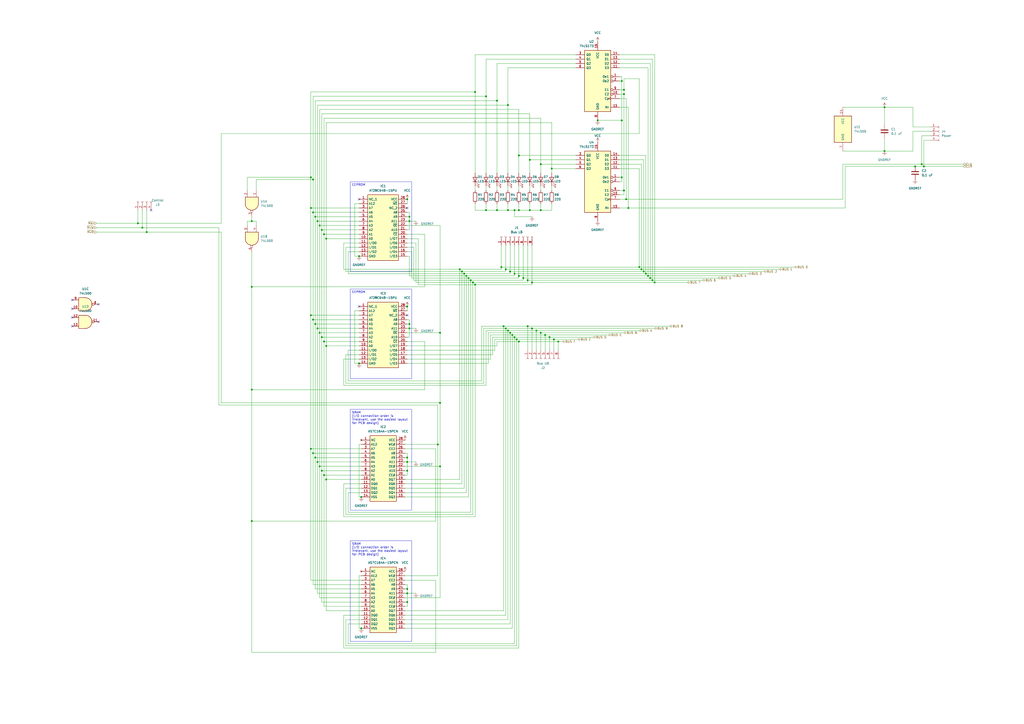
<source format=kicad_sch>
(kicad_sch (version 20231120) (generator "eeschema") (generator_version "8.0")
  (paper "A2")
  (junction (at 180.34 260.35))
  (junction (at 255.27 270.51))
  (junction (at 293.37 190.5))
  (junction (at 185.42 270.51))
  (junction (at 275.59 165.1))
  (junction (at 307.34 92.71))
  (junction (at 377.19 161.29))
  (junction (at 300.99 198.12))
  (junction (at 274.32 163.83))
  (junction (at 288.29 121.92))
  (junction (at 294.64 60.96))
  (junction (at 237.49 190.5))
  (junction (at 255.27 193.04))
  (junction (at 281.94 55.88))
  (junction (at 273.05 162.56))
  (junction (at 323.85 198.12))
  (junction (at 208.28 148.59))
  (junction (at 185.42 130.81))
  (junction (at 267.97 157.48))
  (junction (at 189.23 278.13))
  (junction (at 373.38 157.48))
  (junction (at 364.49 120.65))
  (junction (at 184.15 190.5))
  (junction (at 293.37 156.21))
  (junction (at 308.61 163.83))
  (junction (at 146.05 128.27))
  (junction (at 254 257.81))
  (junction (at 189.23 138.43))
  (junction (at 266.7 156.21))
  (junction (at 298.45 158.75))
  (junction (at 300.99 90.17))
  (junction (at 370.84 154.94))
  (junction (at 237.49 187.96))
  (junction (at 361.95 110.49))
  (junction (at 306.07 162.56))
  (junction (at 360.68 46.99))
  (junction (at 82.55 132.08))
  (junction (at 321.31 196.85))
  (junction (at 85.09 134.62))
  (junction (at 530.86 96.52))
  (junction (at 184.15 267.97))
  (junction (at 360.68 69.85))
  (junction (at 275.59 53.34))
  (junction (at 236.22 341.63))
  (junction (at 236.22 349.25))
  (junction (at 318.77 195.58))
  (junction (at 184.15 128.27))
  (junction (at 236.22 344.17))
  (junction (at 535.94 96.52))
  (junction (at 189.23 200.66))
  (junction (at 186.69 273.05))
  (junction (at 294.64 191.77))
  (junction (at 271.78 161.29))
  (junction (at 187.96 135.89))
  (junction (at 295.91 157.48))
  (junction (at 208.28 210.82))
  (junction (at 378.46 162.56))
  (junction (at 80.01 129.54))
  (junction (at 534.67 95.25))
  (junction (at 513.08 62.23))
  (junction (at 269.24 158.75))
  (junction (at 295.91 193.04))
  (junction (at 182.88 187.96))
  (junction (at 181.61 104.14))
  (junction (at 320.04 97.79))
  (junction (at 288.29 58.42))
  (junction (at 236.22 177.8))
  (junction (at 236.22 273.05))
  (junction (at 186.69 195.58))
  (junction (at 346.71 69.85))
  (junction (at 363.22 115.57))
  (junction (at 374.65 158.75))
  (junction (at 313.69 121.92))
  (junction (at 281.94 121.92))
  (junction (at 187.96 198.12))
  (junction (at 316.23 194.31))
  (junction (at 300.99 160.02))
  (junction (at 290.83 154.94))
  (junction (at 180.34 120.65))
  (junction (at 237.49 128.27))
  (junction (at 311.15 191.77))
  (junction (at 182.88 125.73))
  (junction (at 236.22 265.43))
  (junction (at 187.96 275.59))
  (junction (at 297.18 194.31))
  (junction (at 180.34 102.87))
  (junction (at 294.64 121.92))
  (junction (at 146.05 226.06))
  (junction (at 313.69 193.04))
  (junction (at 303.53 161.29))
  (junction (at 298.45 195.58))
  (junction (at 307.34 121.92))
  (junction (at 372.11 156.21))
  (junction (at 308.61 190.5))
  (junction (at 186.69 133.35))
  (junction (at 185.42 193.04))
  (junction (at 237.49 125.73))
  (junction (at 270.51 160.02))
  (junction (at 375.92 160.02))
  (junction (at 146.05 302.26))
  (junction (at 182.88 265.43))
  (junction (at 298.45 121.92))
  (junction (at 146.05 166.37))
  (junction (at 361.95 54.61))
  (junction (at 236.22 115.57))
  (junction (at 360.68 102.87))
  (junction (at 181.61 262.89))
  (junction (at 299.72 196.85))
  (junction (at 300.99 121.92))
  (junction (at 255.27 233.68))
  (junction (at 361.95 52.07))
  (junction (at 209.55 364.49))
  (junction (at 181.61 123.19))
  (junction (at 236.22 267.97))
  (junction (at 306.07 189.23))
  (junction (at 379.73 163.83))
  (junction (at 313.69 95.25))
  (junction (at 209.55 288.29))
  (junction (at 181.61 185.42))
  (junction (at 180.34 182.88))
  (junction (at 513.08 87.63))
  (junction (at 292.1 189.23))
  (no_connect (at 41.91 179.07))
  (no_connect (at 41.91 189.23))
  (no_connect (at 57.15 186.69))
  (no_connect (at 208.28 115.57))
  (no_connect (at 208.28 177.8))
  (no_connect (at 41.91 173.99))
  (no_connect (at 87.63 121.92))
  (no_connect (at 41.91 184.15))
  (no_connect (at 236.22 120.65))
  (no_connect (at 57.15 176.53))
  (no_connect (at 236.22 182.88))
  (wire (pts (xy 292.1 354.33) (xy 292.1 189.23)))
  (wire (pts (xy 539.75 78.74) (xy 534.67 78.74)))
  (wire (pts (xy 252.73 336.55) (xy 252.73 378.46)))
  (wire (pts (xy 201.93 297.18) (xy 201.93 285.75)))
  (wire (pts (xy 201.93 158.75) (xy 269.24 158.75)))
  (wire (pts (xy 373.38 92.71) (xy 373.38 157.48)))
  (wire (pts (xy 187.96 68.58) (xy 313.69 68.58)))
  (wire (pts (xy 255.27 193.04) (xy 236.22 193.04)))
  (wire (pts (xy 346.71 69.85) (xy 360.68 69.85)))
  (wire (pts (xy 80.01 121.92) (xy 80.01 129.54)))
  (wire (pts (xy 208.28 334.01) (xy 208.28 364.49)))
  (wire (pts (xy 375.92 39.37) (xy 359.41 39.37)))
  (wire (pts (xy 307.34 107.95) (xy 307.34 110.49)))
  (wire (pts (xy 285.75 195.58) (xy 298.45 195.58)))
  (wire (pts (xy 181.61 262.89) (xy 209.55 262.89)))
  (wire (pts (xy 294.64 191.77) (xy 294.64 359.41)))
  (wire (pts (xy 186.69 133.35) (xy 186.69 195.58)))
  (wire (pts (xy 234.95 354.33) (xy 292.1 354.33)))
  (wire (pts (xy 246.38 135.89) (xy 246.38 166.37)))
  (wire (pts (xy 303.53 142.24) (xy 303.53 161.29)))
  (wire (pts (xy 318.77 195.58) (xy 344.17 195.58)))
  (wire (pts (xy 284.48 208.28) (xy 284.48 194.31)))
  (wire (pts (xy 529.59 73.66) (xy 539.75 73.66)))
  (wire (pts (xy 535.94 96.52) (xy 558.8 96.52)))
  (wire (pts (xy 288.29 200.66) (xy 288.29 198.12)))
  (wire (pts (xy 529.59 76.2) (xy 539.75 76.2)))
  (wire (pts (xy 271.78 161.29) (xy 300.99 161.29)))
  (wire (pts (xy 187.96 198.12) (xy 187.96 275.59)))
  (wire (pts (xy 488.95 115.57) (xy 488.95 95.25)))
  (wire (pts (xy 181.61 262.89) (xy 181.61 339.09)))
  (wire (pts (xy 288.29 107.95) (xy 288.29 110.49)))
  (wire (pts (xy 237.49 125.73) (xy 237.49 128.27)))
  (wire (pts (xy 294.64 39.37) (xy 294.64 60.96)))
  (wire (pts (xy 300.99 375.92) (xy 300.99 198.12)))
  (wire (pts (xy 360.68 102.87) (xy 360.68 105.41)))
  (wire (pts (xy 189.23 71.12) (xy 189.23 138.43)))
  (wire (pts (xy 236.22 177.8) (xy 236.22 180.34)))
  (wire (pts (xy 180.34 53.34) (xy 180.34 102.87)))
  (wire (pts (xy 185.42 346.71) (xy 209.55 346.71)))
  (wire (pts (xy 320.04 71.12) (xy 320.04 97.79)))
  (wire (pts (xy 234.95 283.21) (xy 269.24 283.21)))
  (wire (pts (xy 370.84 154.94) (xy 461.01 154.94)))
  (wire (pts (xy 379.73 31.75) (xy 359.41 31.75)))
  (wire (pts (xy 237.49 128.27) (xy 241.3 128.27)))
  (wire (pts (xy 308.61 163.83) (xy 379.73 163.83)))
  (wire (pts (xy 279.4 220.98) (xy 279.4 189.23)))
  (wire (pts (xy 307.34 92.71) (xy 307.34 100.33)))
  (wire (pts (xy 199.39 156.21) (xy 266.7 156.21)))
  (wire (pts (xy 252.73 260.35) (xy 252.73 302.26)))
  (wire (pts (xy 199.39 208.28) (xy 199.39 223.52)))
  (wire (pts (xy 200.66 143.51) (xy 200.66 157.48)))
  (wire (pts (xy 181.61 185.42) (xy 181.61 262.89)))
  (wire (pts (xy 298.45 158.75) (xy 298.45 160.02)))
  (wire (pts (xy 199.39 375.92) (xy 300.99 375.92)))
  (wire (pts (xy 320.04 97.79) (xy 320.04 100.33)))
  (wire (pts (xy 308.61 190.5) (xy 379.73 190.5)))
  (wire (pts (xy 299.72 196.85) (xy 321.31 196.85)))
  (wire (pts (xy 237.49 148.59) (xy 237.49 160.02)))
  (wire (pts (xy 281.94 55.88) (xy 281.94 100.33)))
  (wire (pts (xy 201.93 373.38) (xy 298.45 373.38)))
  (wire (pts (xy 513.08 87.63) (xy 513.08 80.01)))
  (wire (pts (xy 234.95 341.63) (xy 236.22 341.63)))
  (wire (pts (xy 313.69 193.04) (xy 361.95 193.04)))
  (wire (pts (xy 208.28 118.11) (xy 205.74 118.11)))
  (wire (pts (xy 283.21 193.04) (xy 295.91 193.04)))
  (wire (pts (xy 237.49 185.42) (xy 237.49 187.96)))
  (wire (pts (xy 290.83 154.94) (xy 290.83 156.21)))
  (wire (pts (xy 236.22 265.43) (xy 236.22 267.97)))
  (wire (pts (xy 363.22 115.57) (xy 363.22 57.15)))
  (wire (pts (xy 374.65 90.17) (xy 374.65 158.75)))
  (wire (pts (xy 146.05 146.05) (xy 146.05 166.37)))
  (wire (pts (xy 323.85 198.12) (xy 323.85 203.2)))
  (wire (pts (xy 360.68 102.87) (xy 359.41 102.87)))
  (wire (pts (xy 284.48 194.31) (xy 297.18 194.31)))
  (wire (pts (xy 313.69 95.25) (xy 313.69 100.33)))
  (wire (pts (xy 236.22 341.63) (xy 236.22 344.17)))
  (wire (pts (xy 298.45 121.92) (xy 298.45 125.73)))
  (wire (pts (xy 189.23 354.33) (xy 209.55 354.33)))
  (wire (pts (xy 236.22 115.57) (xy 236.22 118.11)))
  (wire (pts (xy 254 234.95) (xy 127 234.95)))
  (wire (pts (xy 373.38 157.48) (xy 443.23 157.48)))
  (wire (pts (xy 186.69 273.05) (xy 186.69 349.25)))
  (wire (pts (xy 513.08 62.23) (xy 488.95 62.23)))
  (wire (pts (xy 199.39 223.52) (xy 281.94 223.52)))
  (wire (pts (xy 300.99 121.92) (xy 298.45 121.92)))
  (wire (pts (xy 288.29 198.12) (xy 300.99 198.12)))
  (wire (pts (xy 181.61 104.14) (xy 181.61 123.19)))
  (wire (pts (xy 148.59 104.14) (xy 148.59 110.49)))
  (wire (pts (xy 281.94 107.95) (xy 281.94 110.49)))
  (wire (pts (xy 182.88 58.42) (xy 182.88 125.73)))
  (wire (pts (xy 295.91 193.04) (xy 295.91 361.95)))
  (wire (pts (xy 321.31 196.85) (xy 321.31 203.2)))
  (wire (pts (xy 185.42 63.5) (xy 300.99 63.5)))
  (wire (pts (xy 377.19 161.29) (xy 416.56 161.29)))
  (wire (pts (xy 236.22 125.73) (xy 237.49 125.73)))
  (wire (pts (xy 313.69 95.25) (xy 313.69 68.58)))
  (wire (pts (xy 275.59 118.11) (xy 275.59 121.92)))
  (wire (pts (xy 311.15 191.77) (xy 370.84 191.77)))
  (wire (pts (xy 128.27 77.47) (xy 128.27 129.54)))
  (wire (pts (xy 185.42 193.04) (xy 185.42 270.51)))
  (wire (pts (xy 189.23 354.33) (xy 189.23 278.13)))
  (wire (pts (xy 236.22 349.25) (xy 236.22 344.17)))
  (wire (pts (xy 146.05 166.37) (xy 146.05 226.06)))
  (wire (pts (xy 246.38 198.12) (xy 246.38 226.06)))
  (wire (pts (xy 255.27 233.68) (xy 128.27 233.68)))
  (wire (pts (xy 267.97 280.67) (xy 234.95 280.67)))
  (wire (pts (xy 287.02 203.2) (xy 287.02 196.85)))
  (wire (pts (xy 534.67 95.25) (xy 558.8 95.25)))
  (wire (pts (xy 234.95 356.87) (xy 293.37 356.87)))
  (wire (pts (xy 185.42 270.51) (xy 209.55 270.51)))
  (wire (pts (xy 275.59 121.92) (xy 281.94 121.92)))
  (wire (pts (xy 236.22 140.97) (xy 241.3 140.97)))
  (wire (pts (xy 182.88 125.73) (xy 182.88 187.96)))
  (wire (pts (xy 359.41 52.07) (xy 361.95 52.07)))
  (wire (pts (xy 294.64 60.96) (xy 294.64 100.33)))
  (wire (pts (xy 513.08 72.39) (xy 513.08 62.23)))
  (wire (pts (xy 208.28 185.42) (xy 181.61 185.42)))
  (wire (pts (xy 208.28 205.74) (xy 200.66 205.74)))
  (wire (pts (xy 288.29 118.11) (xy 288.29 121.92)))
  (wire (pts (xy 180.34 53.34) (xy 275.59 53.34)))
  (wire (pts (xy 255.27 270.51) (xy 255.27 346.71)))
  (wire (pts (xy 372.11 156.21) (xy 452.12 156.21)))
  (wire (pts (xy 300.99 90.17) (xy 300.99 100.33)))
  (wire (pts (xy 236.22 208.28) (xy 284.48 208.28)))
  (wire (pts (xy 236.22 205.74) (xy 285.75 205.74)))
  (wire (pts (xy 379.73 163.83) (xy 398.78 163.83)))
  (wire (pts (xy 359.41 97.79) (xy 370.84 97.79)))
  (wire (pts (xy 255.27 346.71) (xy 234.95 346.71)))
  (wire (pts (xy 295.91 157.48) (xy 295.91 158.75)))
  (wire (pts (xy 313.69 107.95) (xy 313.69 110.49)))
  (wire (pts (xy 254 334.01) (xy 234.95 334.01)))
  (wire (pts (xy 288.29 36.83) (xy 288.29 58.42)))
  (wire (pts (xy 359.41 113.03) (xy 361.95 113.03)))
  (wire (pts (xy 320.04 118.11) (xy 320.04 121.92)))
  (wire (pts (xy 294.64 121.92) (xy 298.45 121.92)))
  (wire (pts (xy 535.94 96.52) (xy 535.94 81.28)))
  (wire (pts (xy 181.61 339.09) (xy 209.55 339.09)))
  (wire (pts (xy 255.27 233.68) (xy 255.27 270.51)))
  (wire (pts (xy 361.95 54.61) (xy 361.95 110.49)))
  (wire (pts (xy 316.23 194.31) (xy 316.23 203.2)))
  (wire (pts (xy 82.55 132.08) (xy 127 132.08)))
  (wire (pts (xy 199.39 280.67) (xy 199.39 299.72)))
  (wire (pts (xy 208.28 138.43) (xy 189.23 138.43)))
  (wire (pts (xy 199.39 140.97) (xy 199.39 156.21)))
  (wire (pts (xy 255.27 130.81) (xy 255.27 193.04)))
  (wire (pts (xy 529.59 62.23) (xy 529.59 73.66)))
  (wire (pts (xy 290.83 142.24) (xy 290.83 154.94)))
  (wire (pts (xy 293.37 190.5) (xy 308.61 190.5)))
  (wire (pts (xy 205.74 148.59) (xy 208.28 148.59)))
  (wire (pts (xy 236.22 339.09) (xy 236.22 341.63)))
  (wire (pts (xy 334.01 95.25) (xy 313.69 95.25)))
  (wire (pts (xy 313.69 121.92) (xy 307.34 121.92)))
  (wire (pts (xy 236.22 130.81) (xy 255.27 130.81)))
  (wire (pts (xy 236.22 351.79) (xy 236.22 349.25)))
  (wire (pts (xy 189.23 200.66) (xy 189.23 278.13)))
  (wire (pts (xy 295.91 157.48) (xy 373.38 157.48)))
  (wire (pts (xy 334.01 92.71) (xy 307.34 92.71)))
  (wire (pts (xy 209.55 257.81) (xy 208.28 257.81)))
  (wire (pts (xy 182.88 187.96) (xy 182.88 265.43)))
  (wire (pts (xy 205.74 180.34) (xy 205.74 210.82)))
  (wire (pts (xy 187.96 275.59) (xy 187.96 351.79)))
  (wire (pts (xy 208.28 288.29) (xy 209.55 288.29)))
  (wire (pts (xy 146.05 128.27) (xy 146.05 125.73)))
  (wire (pts (xy 297.18 194.31) (xy 316.23 194.31)))
  (wire (pts (xy 270.51 285.75) (xy 234.95 285.75)))
  (wire (pts (xy 269.24 283.21) (xy 269.24 158.75)))
  (wire (pts (xy 208.28 130.81) (xy 185.42 130.81)))
  (wire (pts (xy 208.28 125.73) (xy 182.88 125.73)))
  (wire (pts (xy 361.95 45.72) (xy 370.84 45.72)))
  (wire (pts (xy 375.92 160.02) (xy 425.45 160.02)))
  (wire (pts (xy 273.05 162.56) (xy 273.05 297.18)))
  (wire (pts (xy 270.51 160.02) (xy 270.51 285.75)))
  (wire (pts (xy 281.94 223.52) (xy 281.94 191.77)))
  (wire (pts (xy 298.45 373.38) (xy 298.45 195.58)))
  (wire (pts (xy 234.95 265.43) (xy 236.22 265.43)))
  (wire (pts (xy 201.93 220.98) (xy 279.4 220.98)))
  (wire (pts (xy 300.99 107.95) (xy 300.99 110.49)))
  (wire (pts (xy 237.49 187.96) (xy 237.49 190.5)))
  (wire (pts (xy 182.88 58.42) (xy 288.29 58.42)))
  (wire (pts (xy 254 257.81) (xy 254 334.01)))
  (wire (pts (xy 236.22 146.05) (xy 238.76 146.05)))
  (wire (pts (xy 240.03 143.51) (xy 240.03 162.56)))
  (wire (pts (xy 209.55 334.01) (xy 208.28 334.01)))
  (wire (pts (xy 252.73 302.26) (xy 146.05 302.26)))
  (wire (pts (xy 359.41 120.65) (xy 364.49 120.65)))
  (wire (pts (xy 299.72 374.65) (xy 200.66 374.65)))
  (wire (pts (xy 208.28 182.88) (xy 180.34 182.88)))
  (wire (pts (xy 323.85 198.12) (xy 326.39 198.12)))
  (wire (pts (xy 208.28 143.51) (xy 200.66 143.51)))
  (wire (pts (xy 236.22 267.97) (xy 241.3 267.97)))
  (wire (pts (xy 236.22 187.96) (xy 237.49 187.96)))
  (wire (pts (xy 236.22 262.89) (xy 236.22 265.43)))
  (wire (pts (xy 293.37 142.24) (xy 293.37 156.21)))
  (wire (pts (xy 281.94 121.92) (xy 288.29 121.92)))
  (wire (pts (xy 180.34 120.65) (xy 180.34 182.88)))
  (wire (pts (xy 234.95 349.25) (xy 236.22 349.25)))
  (wire (pts (xy 363.22 115.57) (xy 488.95 115.57)))
  (wire (pts (xy 236.22 143.51) (xy 240.03 143.51)))
  (wire (pts (xy 308.61 163.83) (xy 308.61 165.1)))
  (wire (pts (xy 370.84 97.79) (xy 370.84 154.94)))
  (wire (pts (xy 186.69 273.05) (xy 209.55 273.05)))
  (wire (pts (xy 255.27 270.51) (xy 234.95 270.51)))
  (wire (pts (xy 361.95 54.61) (xy 359.41 54.61)))
  (wire (pts (xy 334.01 31.75) (xy 275.59 31.75)))
  (wire (pts (xy 237.49 160.02) (xy 270.51 160.02)))
  (wire (pts (xy 184.15 190.5) (xy 184.15 267.97)))
  (wire (pts (xy 208.28 140.97) (xy 199.39 140.97)))
  (wire (pts (xy 184.15 128.27) (xy 184.15 190.5)))
  (wire (pts (xy 529.59 76.2) (xy 529.59 87.63)))
  (wire (pts (xy 146.05 302.26) (xy 146.05 378.46)))
  (wire (pts (xy 199.39 299.72) (xy 275.59 299.72)))
  (wire (pts (xy 201.93 146.05) (xy 201.93 158.75)))
  (wire (pts (xy 236.22 273.05) (xy 236.22 267.97)))
  (wire (pts (xy 148.59 130.81) (xy 148.59 128.27)))
  (wire (pts (xy 364.49 120.65) (xy 490.22 120.65)))
  (wire (pts (xy 535.94 81.28) (xy 539.75 81.28)))
  (wire (pts (xy 300.99 118.11) (xy 300.99 121.92)))
  (wire (pts (xy 186.69 66.04) (xy 186.69 133.35)))
  (wire (pts (xy 294.64 191.77) (xy 311.15 191.77)))
  (wire (pts (xy 288.29 58.42) (xy 288.29 100.33)))
  (wire (pts (xy 321.31 196.85) (xy 335.28 196.85)))
  (wire (pts (xy 534.67 78.74) (xy 534.67 95.25)))
  (wire (pts (xy 234.95 260.35) (xy 252.73 260.35)))
  (wire (pts (xy 267.97 157.48) (xy 267.97 280.67)))
  (wire (pts (xy 209.55 265.43) (xy 182.88 265.43)))
  (wire (pts (xy 208.28 193.04) (xy 185.42 193.04)))
  (wire (pts (xy 200.66 157.48) (xy 267.97 157.48)))
  (wire (pts (xy 236.22 344.17) (xy 241.3 344.17)))
  (wire (pts (xy 185.42 270.51) (xy 185.42 346.71)))
  (wire (pts (xy 280.67 222.25) (xy 280.67 190.5)))
  (wire (pts (xy 236.22 203.2) (xy 287.02 203.2)))
  (wire (pts (xy 184.15 60.96) (xy 184.15 128.27)))
  (wire (pts (xy 334.01 97.79) (xy 320.04 97.79)))
  (wire (pts (xy 359.41 62.23) (xy 364.49 62.23)))
  (wire (pts (xy 306.07 162.56) (xy 306.07 163.83)))
  (wire (pts (xy 143.51 128.27) (xy 146.05 128.27)))
  (wire (pts (xy 236.22 135.89) (xy 246.38 135.89)))
  (wire (pts (xy 201.93 285.75) (xy 209.55 285.75)))
  (wire (pts (xy 236.22 128.27) (xy 237.49 128.27)))
  (wire (pts (xy 361.95 52.07) (xy 361.95 45.72)))
  (wire (pts (xy 236.22 200.66) (xy 288.29 200.66)))
  (wire (pts (xy 364.49 62.23) (xy 364.49 120.65)))
  (wire (pts (xy 281.94 34.29) (xy 281.94 55.88)))
  (wire (pts (xy 146.05 226.06) (xy 146.05 302.26)))
  (wire (pts (xy 146.05 166.37) (xy 246.38 166.37)))
  (wire (pts (xy 199.39 356.87) (xy 199.39 375.92)))
  (wire (pts (xy 237.49 128.27) (xy 237.49 133.35)))
  (wire (pts (xy 488.95 95.25) (xy 534.67 95.25)))
  (wire (pts (xy 273.05 297.18) (xy 201.93 297.18)))
  (wire (pts (xy 185.42 63.5) (xy 185.42 130.81)))
  (wire (pts (xy 530.86 96.52) (xy 535.94 96.52)))
  (wire (pts (xy 242.57 138.43) (xy 242.57 165.1)))
  (wire (pts (xy 180.34 102.87) (xy 143.51 102.87)))
  (wire (pts (xy 300.99 160.02) (xy 300.99 161.29)))
  (wire (pts (xy 359.41 44.45) (xy 360.68 44.45)))
  (wire (pts (xy 208.28 208.28) (xy 199.39 208.28)))
  (wire (pts (xy 318.77 195.58) (xy 318.77 203.2)))
  (wire (pts (xy 186.69 349.25) (xy 209.55 349.25)))
  (wire (pts (xy 316.23 194.31) (xy 353.06 194.31)))
  (wire (pts (xy 361.95 110.49) (xy 359.41 110.49)))
  (wire (pts (xy 201.93 203.2) (xy 201.93 220.98)))
  (wire (pts (xy 189.23 138.43) (xy 189.23 200.66)))
  (wire (pts (xy 181.61 123.19) (xy 181.61 185.42)))
  (wire (pts (xy 313.69 203.2) (xy 313.69 193.04)))
  (wire (pts (xy 208.28 203.2) (xy 201.93 203.2)))
  (wire (pts (xy 143.51 130.81) (xy 143.51 128.27)))
  (wire (pts (xy 236.22 133.35) (xy 237.49 133.35)))
  (wire (pts (xy 209.55 278.13) (xy 189.23 278.13)))
  (wire (pts (xy 379.73 163.83) (xy 379.73 31.75)))
  (wire (pts (xy 240.03 162.56) (xy 273.05 162.56)))
  (wire (pts (xy 209.55 267.97) (xy 184.15 267.97)))
  (wire (pts (xy 200.66 283.21) (xy 200.66 298.45)))
  (wire (pts (xy 375.92 160.02) (xy 375.92 39.37)))
  (wire (pts (xy 234.95 344.17) (xy 236.22 344.17)))
  (wire (pts (xy 201.93 361.95) (xy 201.93 373.38)))
  (wire (pts (xy 186.69 66.04) (xy 307.34 66.04)))
  (wire (pts (xy 313.69 118.11) (xy 313.69 121.92)))
  (wire (pts (xy 181.61 55.88) (xy 281.94 55.88)))
  (wire (pts (xy 295.91 142.24) (xy 295.91 157.48)))
  (wire (pts (xy 209.55 361.95) (xy 201.93 361.95)))
  (wire (pts (xy 208.28 120.65) (xy 180.34 120.65)))
  (wire (pts (xy 299.72 196.85) (xy 299.72 374.65)))
  (wire (pts (xy 208.28 364.49) (xy 209.55 364.49)))
  (wire (pts (xy 359.41 90.17) (xy 374.65 90.17)))
  (wire (pts (xy 208.28 135.89) (xy 187.96 135.89)))
  (wire (pts (xy 237.49 123.19) (xy 237.49 125.73)))
  (wire (pts (xy 267.97 157.48) (xy 293.37 157.48)))
  (wire (pts (xy 85.09 121.92) (xy 85.09 134.62)))
  (wire (pts (xy 275.59 53.34) (xy 275.59 100.33)))
  (wire (pts (xy 273.05 162.56) (xy 303.53 162.56)))
  (wire (pts (xy 208.28 198.12) (xy 187.96 198.12)))
  (wire (pts (xy 180.34 102.87) (xy 180.34 120.65)))
  (wire (pts (xy 363.22 57.15) (xy 359.41 57.15)))
  (wire (pts (xy 187.96 351.79) (xy 209.55 351.79)))
  (wire (pts (xy 295.91 361.95) (xy 234.95 361.95)))
  (wire (pts (xy 359.41 95.25) (xy 372.11 95.25)))
  (wire (pts (xy 320.04 121.92) (xy 313.69 121.92)))
  (wire (pts (xy 234.95 339.09) (xy 236.22 339.09)))
  (wire (pts (xy 182.88 341.63) (xy 209.55 341.63)))
  (wire (pts (xy 307.34 66.04) (xy 307.34 92.71)))
  (wire (pts (xy 308.61 203.2) (xy 308.61 190.5)))
  (wire (pts (xy 320.04 107.95) (xy 320.04 110.49)))
  (wire (pts (xy 234.95 273.05) (xy 236.22 273.05)))
  (wire (pts (xy 306.07 189.23) (xy 306.07 203.2)))
  (wire (pts (xy 293.37 190.5) (xy 293.37 356.87)))
  (wire (pts (xy 287.02 196.85) (xy 299.72 196.85)))
  (wire (pts (xy 208.28 123.19) (xy 181.61 123.19)))
  (wire (pts (xy 300.99 142.24) (xy 300.99 160.02)))
  (wire (pts (xy 275.59 107.95) (xy 275.59 110.49)))
  (wire (pts (xy 311.15 191.77) (xy 311.15 203.2)))
  (wire (pts (xy 184.15 344.17) (xy 209.55 344.17)))
  (wire (pts (xy 236.22 210.82) (xy 283.21 210.82)))
  (wire (pts (xy 294.64 39.37) (xy 334.01 39.37)))
  (wire (pts (xy 200.66 222.25) (xy 280.67 222.25)))
  (wire (pts (xy 266.7 156.21) (xy 290.83 156.21)))
  (wire (pts (xy 274.32 298.45) (xy 274.32 163.83)))
  (wire (pts (xy 184.15 267.97) (xy 184.15 344.17)))
  (wire (pts (xy 187.96 135.89) (xy 187.96 198.12)))
  (wire (pts (xy 208.28 146.05) (xy 201.93 146.05)))
  (wire (pts (xy 237.49 190.5) (xy 241.3 190.5)))
  (wire (pts (xy 275.59 31.75) (xy 275.59 53.34)))
  (wire (pts (xy 55.88 129.54) (xy 80.01 129.54)))
  (wire (pts (xy 488.95 87.63) (xy 513.08 87.63)))
  (wire (pts (xy 334.01 90.17) (xy 300.99 90.17)))
  (wire (pts (xy 293.37 156.21) (xy 293.37 157.48)))
  (wire (pts (xy 181.61 55.88) (xy 181.61 104.14)))
  (wire (pts (xy 209.55 280.67) (xy 199.39 280.67)))
  (wire (pts (xy 360.68 69.85) (xy 360.68 102.87)))
  (wire (pts (xy 307.34 118.11) (xy 307.34 121.92)))
  (wire (pts (xy 378.46 162.56) (xy 407.67 162.56)))
  (wire (pts (xy 255.27 193.04) (xy 255.27 233.68)))
  (wire (pts (xy 186.69 195.58) (xy 186.69 273.05)))
  (wire (pts (xy 529.59 87.63) (xy 513.08 87.63)))
  (wire (pts (xy 298.45 142.24) (xy 298.45 158.75)))
  (wire (pts (xy 237.49 190.5) (xy 237.49 195.58)))
  (wire (pts (xy 246.38 226.06) (xy 146.05 226.06)))
  (wire (pts (xy 294.64 107.95) (xy 294.64 110.49)))
  (wire (pts (xy 208.28 133.35) (xy 186.69 133.35)))
  (wire (pts (xy 205.74 118.11) (xy 205.74 148.59)))
  (wire (pts (xy 359.41 34.29) (xy 378.46 34.29)))
  (wire (pts (xy 281.94 191.77) (xy 294.64 191.77)))
  (wire (pts (xy 180.34 182.88) (xy 180.34 260.35)))
  (wire (pts (xy 234.95 275.59) (xy 236.22 275.59)))
  (wire (pts (xy 189.23 71.12) (xy 320.04 71.12)))
  (wire (pts (xy 234.95 267.97) (xy 236.22 267.97)))
  (wire (pts (xy 181.61 104.14) (xy 148.59 104.14)))
  (wire (pts (xy 128.27 77.47) (xy 370.84 77.47)))
  (wire (pts (xy 293.37 156.21) (xy 372.11 156.21)))
  (wire (pts (xy 306.07 142.24) (xy 306.07 162.56)))
  (wire (pts (xy 234.95 364.49) (xy 297.18 364.49)))
  (wire (pts (xy 234.95 336.55) (xy 252.73 336.55)))
  (wire (pts (xy 208.28 128.27) (xy 184.15 128.27)))
  (wire (pts (xy 285.75 205.74) (xy 285.75 195.58)))
  (wire (pts (xy 205.74 210.82) (xy 208.28 210.82)))
  (wire (pts (xy 288.29 121.92) (xy 294.64 121.92)))
  (wire (pts (xy 359.41 36.83) (xy 377.19 36.83)))
  (wire (pts (xy 236.22 123.19) (xy 237.49 123.19)))
  (wire (pts (xy 372.11 95.25) (xy 372.11 156.21)))
  (wire (pts (xy 378.46 34.29) (xy 378.46 162.56)))
  (wire (pts (xy 308.61 142.24) (xy 308.61 163.83)))
  (wire (pts (xy 298.45 158.75) (xy 374.65 158.75)))
  (wire (pts (xy 80.01 129.54) (xy 128.27 129.54)))
  (wire (pts (xy 185.42 130.81) (xy 185.42 193.04)))
  (wire (pts (xy 254 257.81) (xy 254 234.95)))
  (wire (pts (xy 208.28 257.81) (xy 208.28 288.29)))
  (wire (pts (xy 209.55 356.87) (xy 199.39 356.87)))
  (wire (pts (xy 234.95 278.13) (xy 266.7 278.13)))
  (wire (pts (xy 303.53 161.29) (xy 303.53 162.56)))
  (wire (pts (xy 234.95 351.79) (xy 236.22 351.79)))
  (wire (pts (xy 143.51 102.87) (xy 143.51 110.49)))
  (wire (pts (xy 55.88 134.62) (xy 85.09 134.62)))
  (wire (pts (xy 283.21 210.82) (xy 283.21 193.04)))
  (wire (pts (xy 184.15 60.96) (xy 294.64 60.96)))
  (wire (pts (xy 238.76 161.29) (xy 271.78 161.29)))
  (wire (pts (xy 187.96 68.58) (xy 187.96 135.89)))
  (wire (pts (xy 236.22 138.43) (xy 242.57 138.43)))
  (wire (pts (xy 271.78 288.29) (xy 271.78 161.29)))
  (wire (pts (xy 236.22 195.58) (xy 237.49 195.58)))
  (wire (pts (xy 209.55 283.21) (xy 200.66 283.21)))
  (wire (pts (xy 208.28 200.66) (xy 189.23 200.66)))
  (wire (pts (xy 300.99 198.12) (xy 323.85 198.12)))
  (wire (pts (xy 82.55 121.92) (xy 82.55 132.08)))
  (wire (pts (xy 236.22 275.59) (xy 236.22 273.05)))
  (wire (pts (xy 374.65 158.75) (xy 434.34 158.75)))
  (wire (pts (xy 360.68 46.99) (xy 359.41 46.99)))
  (wire (pts (xy 281.94 34.29) (xy 334.01 34.29)))
  (wire (pts (xy 234.95 288.29) (xy 271.78 288.29)))
  (wire (pts (xy 241.3 140.97) (xy 241.3 163.83)))
  (wire (pts (xy 208.28 180.34) (xy 205.74 180.34)))
  (wire (pts (xy 306.07 189.23) (xy 388.62 189.23)))
  (wire (pts (xy 236.22 148.59) (xy 237.49 148.59)))
  (wire (pts (xy 127 234.95) (xy 127 132.08)))
  (wire (pts (xy 360.68 44.45) (xy 360.68 46.99)))
  (wire (pts (xy 300.99 90.17) (xy 300.99 63.5)))
  (wire (pts (xy 275.59 299.72) (xy 275.59 165.1)))
  (wire (pts (xy 180.34 260.35) (xy 180.34 336.55)))
  (wire (pts (xy 303.53 161.29) (xy 377.19 161.29)))
  (wire (pts (xy 298.45 125.73) (xy 308.61 125.73)))
  (wire (pts (xy 200.66 298.45) (xy 274.32 298.45)))
  (wire (pts (xy 238.76 146.05) (xy 238.76 161.29)))
  (wire (pts (xy 128.27 233.68) (xy 128.27 134.62)))
  (wire (pts (xy 275.59 165.1) (xy 308.61 165.1)))
  (wire (pts (xy 252.73 378.46) (xy 146.05 378.46)))
  (wire (pts (xy 236.22 198.12) (xy 246.38 198.12)))
  (wire (pts (xy 377.19 36.83) (xy 377.19 161.29)))
  (wire (pts (xy 361.95 110.49) (xy 361.95 113.03)))
  (wire (pts (xy 200.66 205.74) (xy 200.66 222.25)))
  (wire (pts (xy 241.3 163.83) (xy 274.32 163.83)))
  (wire (pts (xy 85.09 134.62) (xy 128.27 134.62)))
  (wire (pts (xy 266.7 278.13) (xy 266.7 156.21)))
  (wire (pts (xy 307.34 121.92) (xy 300.99 121.92)))
  (wire (pts (xy 234.95 359.41) (xy 294.64 359.41)))
  (wire (pts (xy 234.95 262.89) (xy 236.22 262.89)))
  (wire (pts (xy 290.83 154.94) (xy 370.84 154.94)))
  (wire (pts (xy 274.32 163.83) (xy 306.07 163.83)))
  (wire (pts (xy 182.88 265.43) (xy 182.88 341.63)))
  (wire (pts (xy 295.91 193.04) (xy 313.69 193.04)))
  (wire (pts (xy 234.95 257.81) (xy 254 257.81)))
  (wire (pts (xy 490.22 96.52) (xy 530.86 96.52)))
  (wire (pts (xy 294.64 118.11) (xy 294.64 121.92)))
  (wire (pts (xy 280.67 190.5) (xy 293.37 190.5)))
  (wire (pts (xy 281.94 118.11) (xy 281.94 121.92)))
  (wire (pts (xy 279.4 189.23) (xy 292.1 189.23)))
  (wire (pts (xy 269.24 158.75) (xy 295.91 158.75)))
  (wire (pts (xy 236.22 185.42) (xy 237.49 185.42)))
  (wire (pts (xy 242.57 165.1) (xy 275.59 165.1)))
  (wire (pts (xy 148.59 128.27) (xy 146.05 128.27)))
  (wire (pts (xy 292.1 189.23) (xy 306.07 189.23)))
  (wire (pts (xy 360.68 105.41) (xy 359.41 105.41)))
  (wire (pts (xy 208.28 195.58) (xy 186.69 195.58)))
  (wire (pts (xy 359.41 92.71) (xy 373.38 92.71)))
  (wire (pts (xy 370.84 77.47) (xy 370.84 45.72)))
  (wire (pts (xy 513.08 62.23) (xy 529.59 62.23)))
  (wire (pts (xy 55.88 132.08) (xy 82.55 132.08)))
  (wire (pts (xy 360.68 46.99) (xy 360.68 69.85)))
  (wire (pts (xy 270.51 160.02) (xy 298.45 160.02)))
  (wire (pts (xy 297.18 364.49) (xy 297.18 194.31)))
  (wire (pts (xy 187.96 275.59) (xy 209.55 275.59)))
  (wire (pts (xy 208.28 190.5) (xy 184.15 190.5)))
  (wire (pts (xy 298.45 195.58) (xy 318.77 195.58)))
  (wire (pts (xy 209.55 336.55) (xy 180.34 336.55)))
  (wire (pts (xy 200.66 359.41) (xy 209.55 359.41)))
  (wire (pts (xy 306.07 162.56) (xy 378.46 162.56)))
  (wire (pts (xy 236.22 190.5) (xy 237.49 190.5)))
  (wire (pts (xy 334.01 36.83) (xy 288.29 36.83)))
  (wire (pts (xy 208.28 187.96) (xy 182.88 187.96)))
  (wire (pts (xy 200.66 374.65) (xy 200.66 359.41)))
  (wire (pts (xy 490.22 120.65) (xy 490.22 96.52)))
  (wire (pts (xy 300.99 160.02) (xy 375.92 160.02)))
  (wire (pts (xy 361.95 52.07) (xy 361.95 54.61)))
  (wire (pts (xy 209.55 260.35) (xy 180.34 260.35)))
  (wire (pts (xy 359.41 115.57) (xy 363.22 115.57)))
  (text_box "SRAM\n(I/O connection order is irrelevant, use the easiest layout for PCB design)" (at 203.2 313.69 0) (size 35.56 58.42) (effects (font (size 1.27 1.27)) (justify left top)))
  (text_box "SRAM\n(I/O connection order is irrelevant, use the easiest layout for PCB design)" (at 203.2 237.49 0) (size 35.56 58.42) (effects (font (size 1.27 1.27)) (justify left top)))
  (text_box "EEPROM" (at 203.2 167.64 0) (size 35.56 52.07) (effects (font (size 1.27 1.27)) (justify left top)))
  (text_box "EEPROM" (at 203.2 105.41 0) (size 35.56 52.07) (effects (font (size 1.27 1.27)) (justify left top)))
  (hierarchical_label "CLR" (shape input) (at 558.8 96.52 0))
  (hierarchical_label "~{MvW}" (shape input) (at 55.88 132.08 180))
  (hierarchical_label "BUS 3" (shape tri_state) (at 434.34 158.75 0))
  (hierarchical_label "BUS 2" (shape tri_state) (at 443.23 157.48 0))
  (hierarchical_label "BUS 6" (shape tri_state) (at 407.67 162.56 0))
  (hierarchical_label "BUS 4" (shape tri_state) (at 425.45 160.02 0))
  (hierarchical_label "BUS D" (shape tri_state) (at 344.17 195.58 0))
  (hierarchical_label "BUS 5" (shape tri_state) (at 416.56 161.29 0))
  (hierarchical_label "BUS C" (shape tri_state) (at 353.06 194.31 0))
  (hierarchical_label "~{MaI}" (shape input) (at 55.88 129.54 180))
  (hierarchical_label "BUS B" (shape tri_state) (at 361.95 193.04 0))
  (hierarchical_label "BUS 9" (shape tri_state) (at 379.73 190.5 0))
  (hierarchical_label "BUS 7" (shape tri_state) (at 398.78 163.83 0))
  (hierarchical_label "BUS 1" (shape tri_state) (at 452.12 156.21 0))
  (hierarchical_label "~{MvR}" (shape input) (at 55.88 134.62 180))
  (hierarchical_label "CLK" (shape input) (at 558.8 95.25 0))
  (hierarchical_label "BUS A" (shape tri_state) (at 370.84 191.77 0))
  (hierarchical_label "BUS F" (shape tri_state) (at 326.39 198.12 0))
  (hierarchical_label "BUS 8" (shape tri_state) (at 388.62 189.23 0))
  (hierarchical_label "BUS 0" (shape tri_state) (at 461.01 154.94 0))
  (hierarchical_label "BUS E" (shape tri_state) (at 335.28 196.85 0))
  (symbol (lib_id "power:GNDREF") (at 241.3 128.27 0) (unit 1)
    (property "Reference" "#PWR05" (effects (hide yes)))
    (property "Value" "GNDREF" (at 247.904 129.794 0))
    (property "Description" "Power symbol creates a global label with name \"GNDREF\" , reference supply ground" (effects (hide yes)))
  )
  (symbol (lib_id "Device:LED") (at 288.29 104.14 90) (unit 1)
    (property "Reference" "D3" (at 289.814 102.616 90) (effects (justify right)))
    (property "Value" "LED" (at 289.814 105.156 90) (effects (justify right)))
    (property "Footprint" "LED_SMD:LED_1206_3216Metric_Pad1.42x1.75mm_HandSolder" (effects (hide yes)))
    (property "Description" "Light emitting diode" (effects (hide yes)))
  )
  (symbol (lib_id "power:GNDREF") (at 209.55 364.49 0) (unit 1)
    (property "Reference" "#PWR010" (effects (hide yes)))
    (property "Value" "GNDREF" (at 209.55 369.57 0))
    (property "Description" "Power symbol creates a global label with name \"GNDREF\" , reference supply ground" (effects (hide yes)))
  )
  (symbol (lib_id "AT28C64B-15PU:AT28C64B-15PU") (at 208.28 115.57 0) (unit 1)
    (property "Reference" "IC1" (at 222.25 107.95 0))
    (property "Value" "AT28C64B-15PU" (at 222.25 110.49 0))
    (property "Footprint" "AT28C64B-15PU:DIP1556W56P254L3702H483Q28N" (effects (hide yes)))
    (property "Datasheet" "http://www.atmel.com/images/doc0270.pdf" (effects (hide yes)))
    (property "Description" "AT28C64B-15PU, Parallel EEPROM Memory 64kbit, Parallel, 150ns 4.5  5.5 V, 28-Pin PDIP" (effects (hide yes)))
    (property "Height" "4.826" (effects (hide yes)))
    (property "Mouser Part Number" "556-AT28C64B15PU" (effects (hide yes)))
    (property "Mouser Price/Stock" "https://www.mouser.co.uk/ProductDetail/Microchip-Technology/AT28C64B-15PU?qs=2VKgqYuc3OvipbcAuBcLow%3D%3D" (effects (hide yes)))
    (property "Manufacturer_Name" "Microchip" (effects (hide yes)))
    (property "Manufacturer_Part_Number" "AT28C64B-15PU" (effects (hide yes)))
  )
  (symbol (lib_id "power:GNDREF") (at 530.86 104.14 0) (unit 1)
    (property "Reference" "#PWR023" (effects (hide yes)))
    (property "Value" "GNDREF" (at 530.86 109.22 0))
    (property "Description" "Power symbol creates a global label with name \"GNDREF\" , reference supply ground" (effects (hide yes)))
  )
  (symbol (lib_id "AS7C164A-15PCN:AS7C164A-15PCN") (at 209.55 331.47 0) (unit 1)
    (property "Reference" "IC4" (at 222.25 323.85 0))
    (property "Value" "AS7C164A-15PCN" (at 222.25 326.39 0))
    (property "Footprint" "AS7C164A-15PCN:DIP1524W51P254L3632H394Q28N" (effects (hide yes)))
    (property "Description" "SRAM SRAM, 64K, 8k x 8, 5v, 28pin Skinny P-DIP, 15ns, Commercial Temp - Tube" (effects (hide yes)))
    (property "Height" "3.937" (effects (hide yes)))
    (property "Mouser Part Number" "913-AS7C164A-15PCN" (effects (hide yes)))
    (property "Mouser Price/Stock" "https://www.mouser.co.uk/ProductDetail/Alliance-Memory/AS7C164A-15PCN?qs=Y%252BBGkTaltXsac5EeiguTUw%3D%3D" (effects (hide yes)))
    (property "Manufacturer_Name" "Alliance Memory" (effects (hide yes)))
    (property "Manufacturer_Part_Number" "AS7C164A-15PCN" (effects (hide yes)))
  )
  (symbol (lib_id "power:GNDREF") (at 209.55 288.29 0) (unit 1)
    (property "Reference" "#PWR01" (effects (hide yes)))
    (property "Value" "GNDREF" (at 209.55 293.37 0))
    (property "Description" "Power symbol creates a global label with name \"GNDREF\" , reference supply ground" (effects (hide yes)))
  )
  (symbol (lib_id "power:VCC") (at 234.95 331.47 0) (unit 1)
    (property "Reference" "#PWR011" (effects (hide yes)))
    (property "Value" "VCC" (at 234.95 326.39 0))
    (property "Description" "Power symbol creates a global label with name \"VCC\"" (effects (hide yes)))
  )
  (symbol (lib_id "power:GNDREF") (at 308.61 125.73 0) (unit 1)
    (property "Reference" "#PWR015" (effects (hide yes)))
    (property "Value" "GNDREF" (at 308.61 130.81 0))
    (property "Description" "Power symbol creates a global label with name \"GNDREF\" , reference supply ground" (effects (hide yes)))
  )
  (symbol (lib_id "74xx:74LS173") (at 346.71 46.99 0) (mirror y) (unit 1)
    (property "Reference" "U2" (at 344.5159 24.13 0) (effects (justify left)))
    (property "Value" "74LS173" (at 344.5159 26.67 0) (effects (justify left)))
    (property "Footprint" "Package_DIP:DIP-16_W7.62mm_Socket_LongPads" (effects (hide yes)))
    (property "Datasheet" "http://www.ti.com/lit/gpn/sn74LS173" (effects (hide yes)))
    (property "Description" "4-bit D-type Register, 3 state out" (effects (hide yes)))
  )
  (symbol (lib_id "power:GNDREF") (at 241.3 344.17 0) (unit 1)
    (property "Reference" "#PWR012" (effects (hide yes)))
    (property "Value" "GNDREF" (at 247.396 345.694 0))
    (property "Description" "Power symbol creates a global label with name \"GNDREF\" , reference supply ground" (effects (hide yes)))
  )
  (symbol (lib_id "AS7C164A-15PCN:AS7C164A-15PCN") (at 209.55 255.27 0) (unit 1)
    (property "Reference" "IC2" (at 222.25 247.65 0))
    (property "Value" "AS7C164A-15PCN" (at 222.25 250.19 0))
    (property "Footprint" "AS7C164A-15PCN:DIP1524W51P254L3632H394Q28N" (effects (hide yes)))
    (property "Description" "SRAM SRAM, 64K, 8k x 8, 5v, 28pin Skinny P-DIP, 15ns, Commercial Temp - Tube" (effects (hide yes)))
    (property "Height" "3.937" (effects (hide yes)))
    (property "Mouser Part Number" "913-AS7C164A-15PCN" (effects (hide yes)))
    (property "Mouser Price/Stock" "https://www.mouser.co.uk/ProductDetail/Alliance-Memory/AS7C164A-15PCN?qs=Y%252BBGkTaltXsac5EeiguTUw%3D%3D" (effects (hide yes)))
    (property "Manufacturer_Name" "Alliance Memory" (effects (hide yes)))
    (property "Manufacturer_Part_Number" "AS7C164A-15PCN" (effects (hide yes)))
  )
  (symbol (lib_id "power:GNDREF") (at 241.3 267.97 0) (unit 1)
    (property "Reference" "#PWR06" (effects (hide yes)))
    (property "Value" "GNDREF" (at 247.396 269.494 0))
    (property "Description" "Power symbol creates a global label with name \"GNDREF\" , reference supply ground" (effects (hide yes)))
  )
  (symbol (lib_id "power:GNDREF") (at 346.71 128.27 0) (unit 1)
    (property "Reference" "#PWR018" (effects (hide yes)))
    (property "Value" "GNDREF" (at 346.71 133.35 0))
    (property "Description" "Power symbol creates a global label with name \"GNDREF\" , reference supply ground" (effects (hide yes)))
  )
  (symbol (lib_id "power:GNDREF") (at 346.71 69.85 0) (unit 1)
    (property "Reference" "#PWR019" (effects (hide yes)))
    (property "Value" "GNDREF" (at 346.71 74.93 0))
    (property "Description" "Power symbol creates a global label with name \"GNDREF\" , reference supply ground" (effects (hide yes)))
  )
  (symbol (lib_id "Device:LED") (at 300.99 104.14 90) (unit 1)
    (property "Reference" "D5" (at 302.514 102.616 90) (effects (justify right)))
    (property "Value" "LED" (at 302.514 105.156 90) (effects (justify right)))
    (property "Footprint" "LED_SMD:LED_1206_3216Metric_Pad1.42x1.75mm_HandSolder" (effects (hide yes)))
    (property "Description" "Light emitting diode" (effects (hide yes)))
  )
  (symbol (lib_id "power:GNDREF") (at 208.28 148.59 0) (unit 1)
    (property "Reference" "#PWR02" (effects (hide yes)))
    (property "Value" "GNDREF" (at 208.28 153.67 0))
    (property "Description" "Power symbol creates a global label with name \"GNDREF\" , reference supply ground" (effects (hide yes)))
  )
  (symbol (lib_id "Device:R") (at 275.59 114.3 0) (unit 1)
    (property "Reference" "R1" (at 277.114 113.03 0) (effects (justify left)))
    (property "Value" "220" (at 277.114 115.57 0) (effects (justify left)))
    (property "Footprint" "Resistor_SMD:R_1206_3216Metric_Pad1.30x1.75mm_HandSolder" (effects (hide yes)))
    (property "Description" "Resistor" (effects (hide yes)))
  )
  (symbol (lib_id "Device:C") (at 513.08 76.2 0) (unit 1)
    (property "Reference" "C1" (at 516.89 74.9299 0) (effects (justify left)))
    (property "Value" "0.1 uF" (at 516.89 77.4699 0) (effects (justify left)))
    (property "Footprint" "Capacitor_SMD:C_1206_3216Metric_Pad1.33x1.80mm_HandSolder" (effects (hide yes)))
    (property "Description" "Unpolarized capacitor" (effects (hide yes)))
  )
  (symbol (lib_id "74xx:74LS00") (at 146.05 138.43 270) (unit 2)
    (property "Reference" "U1" (at 151.13 137.1516 90) (effects (justify left)))
    (property "Value" "74LS00" (at 151.13 139.6916 90) (effects (justify left)))
    (property "Footprint" "Package_DIP:DIP-14_W7.62mm_Socket_LongPads" (effects (hide yes)))
    (property "Datasheet" "http://www.ti.com/lit/gpn/sn74ls00" (effects (hide yes)))
    (property "Description" "quad 2-input NAND gate" (effects (hide yes)))
  )
  (symbol (lib_id "Device:LED") (at 320.04 104.14 90) (unit 1)
    (property "Reference" "D8" (at 321.564 102.616 90) (effects (justify right)))
    (property "Value" "LED" (at 321.564 105.156 90) (effects (justify right)))
    (property "Footprint" "LED_SMD:LED_1206_3216Metric_Pad1.42x1.75mm_HandSolder" (effects (hide yes)))
    (property "Description" "Light emitting diode" (effects (hide yes)))
  )
  (symbol (lib_id "Device:R") (at 307.34 114.3 0) (unit 1)
    (property "Reference" "R6" (at 308.864 113.03 0) (effects (justify left)))
    (property "Value" "220" (at 308.864 115.57 0) (effects (justify left)))
    (property "Footprint" "Resistor_SMD:R_1206_3216Metric_Pad1.30x1.75mm_HandSolder" (effects (hide yes)))
    (property "Description" "Resistor" (effects (hide yes)))
  )
  (symbol (lib_id "Device:LED") (at 275.59 104.14 90) (unit 1)
    (property "Reference" "D1" (at 277.114 102.616 90) (effects (justify right)))
    (property "Value" "LED" (at 277.114 105.156 90) (effects (justify right)))
    (property "Footprint" "LED_SMD:LED_1206_3216Metric_Pad1.42x1.75mm_HandSolder" (effects (hide yes)))
    (property "Description" "Light emitting diode" (effects (hide yes)))
  )
  (symbol (lib_id "Connector:Conn_01x04_Socket") (at 82.55 116.84 90) (unit 1)
    (property "Reference" "J3" (at 91.44 118.745 90))
    (property "Value" "Control" (at 91.44 116.205 90))
    (property "Footprint" "Connector_Molex:Molex_PicoBlade_53048-0410_1x04_P1.25mm_Horizontal" (effects (hide yes)))
    (property "Description" "Generic connector, single row, 01x04, script generated" (effects (hide yes)))
  )
  (symbol (lib_id "Device:R") (at 313.69 114.3 0) (unit 1)
    (property "Reference" "R7" (at 315.214 113.03 0) (effects (justify left)))
    (property "Value" "220" (at 315.214 115.57 0) (effects (justify left)))
    (property "Footprint" "Resistor_SMD:R_1206_3216Metric_Pad1.30x1.75mm_HandSolder" (effects (hide yes)))
    (property "Description" "Resistor" (effects (hide yes)))
  )
  (symbol (lib_id "power:VCC") (at 346.71 82.55 0) (unit 1)
    (property "Reference" "#PWR020" (effects (hide yes)))
    (property "Value" "VCC" (at 346.71 78.74 0))
    (property "Description" "Power symbol creates a global label with name \"VCC\"" (effects (hide yes)))
  )
  (symbol (lib_id "Device:R") (at 294.64 114.3 0) (unit 1)
    (property "Reference" "R4" (at 296.164 113.03 0) (effects (justify left)))
    (property "Value" "220" (at 296.164 115.57 0) (effects (justify left)))
    (property "Footprint" "Resistor_SMD:R_1206_3216Metric_Pad1.30x1.75mm_HandSolder" (effects (hide yes)))
    (property "Description" "Resistor" (effects (hide yes)))
  )
  (symbol (lib_id "Device:R") (at 300.99 114.3 0) (unit 1)
    (property "Reference" "R5" (at 302.514 113.03 0) (effects (justify left)))
    (property "Value" "220" (at 302.514 115.57 0) (effects (justify left)))
    (property "Footprint" "Resistor_SMD:R_1206_3216Metric_Pad1.30x1.75mm_HandSolder" (effects (hide yes)))
    (property "Description" "Resistor" (effects (hide yes)))
  )
  (symbol (lib_id "74xx:74LS00") (at 488.95 74.93 0) (unit 5)
    (property "Reference" "U1" (at 495.3 73.6599 0) (effects (justify left)))
    (property "Value" "74LS00" (at 495.3 76.1999 0) (effects (justify left)))
    (property "Footprint" "Package_DIP:DIP-14_W7.62mm_Socket_LongPads" (effects (hide yes)))
    (property "Datasheet" "http://www.ti.com/lit/gpn/sn74ls00" (effects (hide yes)))
    (property "Description" "quad 2-input NAND gate" (effects (hide yes)))
  )
  (symbol (lib_id "Device:LED") (at 281.94 104.14 90) (unit 1)
    (property "Reference" "D2" (at 283.464 102.616 90) (effects (justify right)))
    (property "Value" "LED" (at 283.464 105.156 90) (effects (justify right)))
    (property "Footprint" "LED_SMD:LED_1206_3216Metric_Pad1.42x1.75mm_HandSolder" (effects (hide yes)))
    (property "Description" "Light emitting diode" (effects (hide yes)))
  )
  (symbol (lib_id "Device:C") (at 530.86 100.33 0) (unit 1)
    (property "Reference" "C2" (at 534.67 99.0599 0) (effects (justify left)))
    (property "Value" "0.1 uF" (at 534.67 101.5999 0) (effects (justify left)))
    (property "Footprint" "Capacitor_SMD:C_1206_3216Metric_Pad1.33x1.80mm_HandSolder" (effects (hide yes)))
    (property "Description" "Unpolarized capacitor" (effects (hide yes)))
  )
  (symbol (lib_id "74xx:74LS173") (at 346.71 105.41 0) (mirror y) (unit 1)
    (property "Reference" "U4" (at 344.5159 82.55 0) (effects (justify left)))
    (property "Value" "74LS173" (at 344.5159 85.09 0) (effects (justify left)))
    (property "Footprint" "Package_DIP:DIP-16_W7.62mm_Socket_LongPads" (effects (hide yes)))
    (property "Datasheet" "http://www.ti.com/lit/gpn/sn74LS173" (effects (hide yes)))
    (property "Description" "4-bit D-type Register, 3 state out" (effects (hide yes)))
  )
  (symbol (lib_id "power:VCC") (at 234.95 255.27 0) (unit 1)
    (property "Reference" "#PWR04" (effects (hide yes)))
    (property "Value" "VCC" (at 234.95 250.19 0))
    (property "Description" "Power symbol creates a global label with name \"VCC\"" (effects (hide yes)))
  )
  (symbol (lib_id "power:VCC") (at 346.71 24.13 0) (unit 1)
    (property "Reference" "#PWR021" (effects (hide yes)))
    (property "Value" "VCC" (at 346.71 19.05 0))
    (property "Description" "Power symbol creates a global label with name \"VCC\"" (effects (hide yes)))
  )
  (symbol (lib_id "Device:R") (at 281.94 114.3 0) (unit 1)
    (property "Reference" "R2" (at 283.464 113.03 0) (effects (justify left)))
    (property "Value" "220" (at 283.464 115.57 0) (effects (justify left)))
    (property "Footprint" "Resistor_SMD:R_1206_3216Metric_Pad1.30x1.75mm_HandSolder" (effects (hide yes)))
    (property "Description" "Resistor" (effects (hide yes)))
  )
  (symbol (lib_id "74xx:74LS00") (at 49.53 186.69 0) (unit 4)
    (property "Reference" "U1" (at 49.5217 177.8 0))
    (property "Value" "74LS00" (at 49.5217 180.34 0))
    (property "Footprint" "Package_DIP:DIP-14_W7.62mm_Socket_LongPads" (effects (hide yes)))
    (property "Datasheet" "http://www.ti.com/lit/gpn/sn74ls00" (effects (hide yes)))
    (property "Description" "quad 2-input NAND gate" (effects (hide yes)))
  )
  (symbol (lib_id "Device:LED") (at 307.34 104.14 90) (unit 1)
    (property "Reference" "D6" (at 308.864 102.616 90) (effects (justify right)))
    (property "Value" "LED" (at 308.864 105.156 90) (effects (justify right)))
    (property "Footprint" "LED_SMD:LED_1206_3216Metric_Pad1.42x1.75mm_HandSolder" (effects (hide yes)))
    (property "Description" "Light emitting diode" (effects (hide yes)))
  )
  (symbol (lib_id "Device:LED") (at 294.64 104.14 90) (unit 1)
    (property "Reference" "D4" (at 296.164 102.616 90) (effects (justify right)))
    (property "Value" "LED" (at 296.164 105.156 90) (effects (justify right)))
    (property "Footprint" "LED_SMD:LED_1206_3216Metric_Pad1.42x1.75mm_HandSolder" (effects (hide yes)))
    (property "Description" "Light emitting diode" (effects (hide yes)))
  )
  (symbol (lib_id "Connector:Conn_01x08_Socket") (at 298.45 137.16 90) (unit 1)
    (property "Reference" "J1" (at 299.72 132.08 90))
    (property "Value" "Bus LB" (at 299.72 134.62 90))
    (property "Footprint" "Connector_Molex:Molex_PicoBlade_53048-0810_1x08_P1.25mm_Horizontal" (effects (hide yes)))
    (property "Description" "Generic connector, single row, 01x08, script generated" (effects (hide yes)))
  )
  (symbol (lib_id "Device:R") (at 288.29 114.3 0) (unit 1)
    (property "Reference" "R3" (at 289.814 113.03 0) (effects (justify left)))
    (property "Value" "220" (at 289.814 115.57 0) (effects (justify left)))
    (property "Footprint" "Resistor_SMD:R_1206_3216Metric_Pad1.30x1.75mm_HandSolder" (effects (hide yes)))
    (property "Description" "Resistor" (effects (hide yes)))
  )
  (symbol (lib_id "Device:R") (at 320.04 114.3 0) (unit 1)
    (property "Reference" "R8" (at 321.564 113.03 0) (effects (justify left)))
    (property "Value" "220" (at 321.564 115.57 0) (effects (justify left)))
    (property "Footprint" "Resistor_SMD:R_1206_3216Metric_Pad1.30x1.75mm_HandSolder" (effects (hide yes)))
    (property "Description" "Resistor" (effects (hide yes)))
  )
  (symbol (lib_id "power:GNDREF") (at 208.28 210.82 0) (unit 1)
    (property "Reference" "#PWR07" (effects (hide yes)))
    (property "Value" "GNDREF" (effects (hide yes)))
    (property "Description" "Power symbol creates a global label with name \"GNDREF\" , reference supply ground" (effects (hide yes)))
  )
  (symbol (lib_id "power:VCC") (at 236.22 177.8 0) (unit 1)
    (property "Reference" "#PWR08" (effects (hide yes)))
    (property "Value" "VCC" (at 236.22 172.72 0))
    (property "Description" "Power symbol creates a global label with name \"VCC\"" (effects (hide yes)))
  )
  (symbol (lib_id "Connector:Conn_01x08_Socket") (at 313.69 208.28 90) (mirror x) (unit 1)
    (property "Reference" "J2" (at 314.96 213.36 90))
    (property "Value" "Bus UB" (at 314.96 210.82 90))
    (property "Footprint" "Connector_Molex:Molex_PicoBlade_53048-0810_1x08_P1.25mm_Horizontal" (effects (hide yes)))
    (property "Description" "Generic connector, single row, 01x08, script generated" (effects (hide yes)))
  )
  (symbol (lib_id "Connector:Conn_01x04_Socket") (at 544.83 76.2 0) (unit 1)
    (property "Reference" "J4" (at 546.1 76.1999 0) (effects (justify left)))
    (property "Value" "Power" (at 546.1 78.7399 0) (effects (justify left)))
    (property "Footprint" "Connector_Molex:Molex_PicoBlade_53048-0410_1x04_P1.25mm_Horizontal" (effects (hide yes)))
    (property "Description" "Generic connector, single row, 01x04, script generated" (effects (hide yes)))
  )
  (symbol (lib_id "74xx:74LS00") (at 49.53 176.53 0) (unit 3)
    (property "Reference" "U1" (at 49.5217 167.64 0))
    (property "Value" "74LS00" (at 49.5217 170.18 0))
    (property "Footprint" "Package_DIP:DIP-14_W7.62mm_Socket_LongPads" (effects (hide yes)))
    (property "Datasheet" "http://www.ti.com/lit/gpn/sn74ls00" (effects (hide yes)))
    (property "Description" "quad 2-input NAND gate" (effects (hide yes)))
  )
  (symbol (lib_id "Device:LED") (at 313.69 104.14 90) (unit 1)
    (property "Reference" "D7" (at 315.214 102.616 90) (effects (justify right)))
    (property "Value" "LED" (at 315.214 105.156 90) (effects (justify right)))
    (property "Footprint" "LED_SMD:LED_1206_3216Metric_Pad1.42x1.75mm_HandSolder" (effects (hide yes)))
    (property "Description" "Light emitting diode" (effects (hide yes)))
  )
  (symbol (lib_id "power:VCC") (at 513.08 62.23 0) (unit 1)
    (property "Reference" "#PWR014" (effects (hide yes)))
    (property "Value" "VCC" (at 513.08 57.15 0))
    (property "Description" "Power symbol creates a global label with name \"VCC\"" (effects (hide yes)))
  )
  (symbol (lib_id "74xx:74LS00") (at 146.05 118.11 270) (unit 1)
    (property "Reference" "U1" (at 151.13 116.8316 90) (effects (justify left)))
    (property "Value" "74LS00" (at 151.13 119.3716 90) (effects (justify left)))
    (property "Footprint" "Package_DIP:DIP-14_W7.62mm_Socket_LongPads" (effects (hide yes)))
    (property "Datasheet" "http://www.ti.com/lit/gpn/sn74ls00" (effects (hide yes)))
    (property "Description" "quad 2-input NAND gate" (effects (hide yes)))
  )
  (symbol (lib_id "power:GNDREF") (at 241.3 190.5 0) (unit 1)
    (property "Reference" "#PWR09" (effects (hide yes)))
    (property "Value" "GNDREF" (at 247.904 192.024 0))
    (property "Description" "Power symbol creates a global label with name \"GNDREF\" , reference supply ground" (effects (hide yes)))
  )
  (symbol (lib_id "power:GNDREF") (at 513.08 87.63 0) (unit 1)
    (property "Reference" "#PWR013" (effects (hide yes)))
    (property "Value" "GNDREF" (at 513.08 92.71 0))
    (property "Description" "Power symbol creates a global label with name \"GNDREF\" , reference supply ground" (effects (hide yes)))
  )
  (symbol (lib_id "power:VCC") (at 236.22 115.57 0) (unit 1)
    (property "Reference" "#PWR03" (effects (hide yes)))
    (property "Value" "VCC" (at 236.22 110.49 0))
    (property "Description" "Power symbol creates a global label with name \"VCC\"" (effects (hide yes)))
  )
  (symbol (lib_id "AT28C64B-15PU:AT28C64B-15PU") (at 208.28 177.8 0) (unit 1)
    (property "Reference" "IC3" (at 222.25 170.18 0))
    (property "Value" "AT28C64B-15PU" (at 222.25 172.72 0))
    (property "Footprint" "AT28C64B-15PU:DIP1556W56P254L3702H483Q28N" (effects (hide yes)))
    (property "Datasheet" "http://www.atmel.com/images/doc0270.pdf" (effects (hide yes)))
    (property "Description" "AT28C64B-15PU, Parallel EEPROM Memory 64kbit, Parallel, 150ns 4.5  5.5 V, 28-Pin PDIP" (effects (hide yes)))
    (property "Height" "4.826" (effects (hide yes)))
    (property "Mouser Part Number" "556-AT28C64B15PU" (effects (hide yes)))
    (property "Mouser Price/Stock" "https://www.mouser.co.uk/ProductDetail/Microchip-Technology/AT28C64B-15PU?qs=2VKgqYuc3OvipbcAuBcLow%3D%3D" (effects (hide yes)))
    (property "Manufacturer_Name" "Microchip" (effects (hide yes)))
    (property "Manufacturer_Part_Number" "AT28C64B-15PU" (effects (hide yes)))
  )
)
</source>
